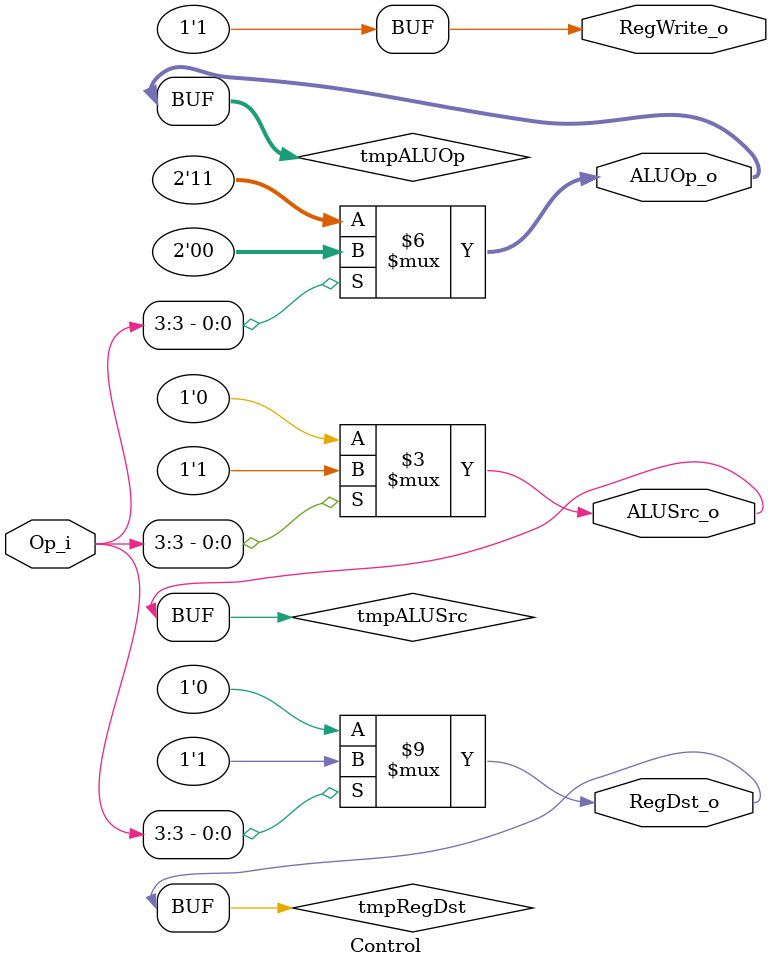
<source format=v>
module Control
(
	Op_i,
	RegDst_o,
	ALUOp_o,
	ALUSrc_o,
	RegWrite_o
);

input [5:0] Op_i;
output RegDst_o, ALUSrc_o, RegWrite_o;
output [1:0] ALUOp_o;
reg tmpRegDst, tmpALUSrc;
reg [1:0] tmpALUOp;

assign RegDst_o = tmpRegDst;
assign ALUOp_o = tmpALUOp;
assign ALUSrc_o = tmpALUSrc;
assign RegWrite_o = 1'd1;

always@(*) begin
	if(Op_i[3]) begin
		tmpRegDst = 1'd1;
		tmpALUOp = 2'd0;
		tmpALUSrc = 1'd1;
	end
	else begin
		tmpRegDst = 1'd0;
		tmpALUOp = 2'd3;
		tmpALUSrc = 1'd0;
	end
end

endmodule

</source>
